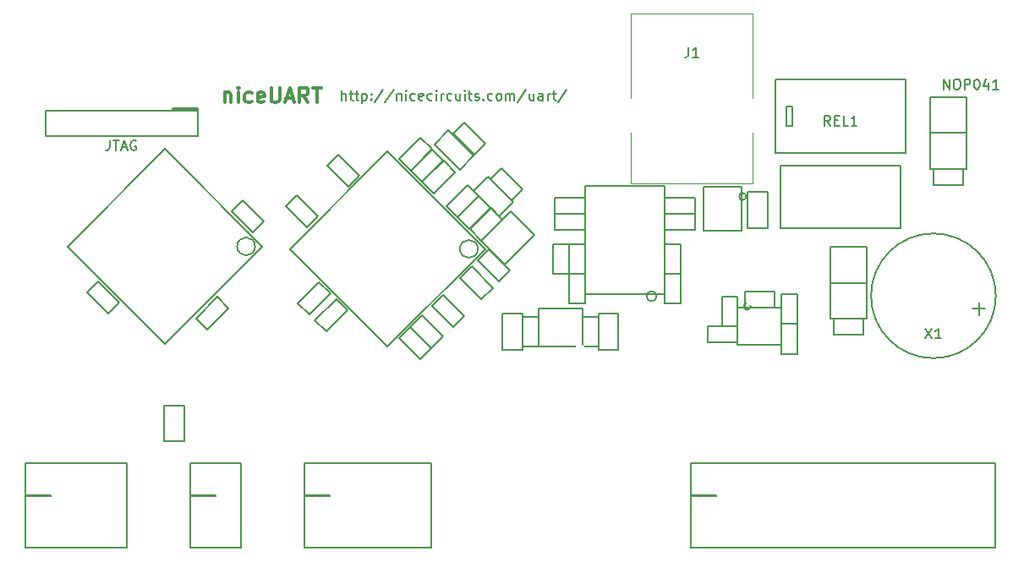
<source format=gto>
G04 #@! TF.FileFunction,Legend,Top*
%FSLAX46Y46*%
G04 Gerber Fmt 4.6, Leading zero omitted, Abs format (unit mm)*
G04 Created by KiCad (PCBNEW 4.0.6) date 08/12/17 18:43:04*
%MOMM*%
%LPD*%
G01*
G04 APERTURE LIST*
%ADD10C,0.100000*%
%ADD11C,0.200000*%
%ADD12C,0.300000*%
%ADD13C,0.152000*%
%ADD14C,0.150000*%
%ADD15C,0.120000*%
%ADD16C,0.152400*%
%ADD17R,1.650000X1.400000*%
%ADD18R,1.150000X1.200000*%
%ADD19R,1.200000X1.150000*%
%ADD20R,1.600000X2.000000*%
%ADD21O,1.600000X2.000000*%
%ADD22R,1.000000X1.100000*%
%ADD23C,1.100000*%
%ADD24R,2.400000X0.800000*%
%ADD25R,0.950000X1.100000*%
%ADD26R,1.100000X0.950000*%
%ADD27R,1.800000X1.800000*%
%ADD28C,1.800000*%
%ADD29C,1.720000*%
%ADD30C,3.400000*%
%ADD31C,1.700000*%
%ADD32O,1.400000X1.700000*%
G04 APERTURE END LIST*
D10*
D11*
X52659523Y-22202381D02*
X52659523Y-21202381D01*
X53088095Y-22202381D02*
X53088095Y-21678571D01*
X53040476Y-21583333D01*
X52945238Y-21535714D01*
X52802380Y-21535714D01*
X52707142Y-21583333D01*
X52659523Y-21630952D01*
X53421428Y-21535714D02*
X53802380Y-21535714D01*
X53564285Y-21202381D02*
X53564285Y-22059524D01*
X53611904Y-22154762D01*
X53707142Y-22202381D01*
X53802380Y-22202381D01*
X53992857Y-21535714D02*
X54373809Y-21535714D01*
X54135714Y-21202381D02*
X54135714Y-22059524D01*
X54183333Y-22154762D01*
X54278571Y-22202381D01*
X54373809Y-22202381D01*
X54707143Y-21535714D02*
X54707143Y-22535714D01*
X54707143Y-21583333D02*
X54802381Y-21535714D01*
X54992858Y-21535714D01*
X55088096Y-21583333D01*
X55135715Y-21630952D01*
X55183334Y-21726190D01*
X55183334Y-22011905D01*
X55135715Y-22107143D01*
X55088096Y-22154762D01*
X54992858Y-22202381D01*
X54802381Y-22202381D01*
X54707143Y-22154762D01*
X55611905Y-22107143D02*
X55659524Y-22154762D01*
X55611905Y-22202381D01*
X55564286Y-22154762D01*
X55611905Y-22107143D01*
X55611905Y-22202381D01*
X55611905Y-21583333D02*
X55659524Y-21630952D01*
X55611905Y-21678571D01*
X55564286Y-21630952D01*
X55611905Y-21583333D01*
X55611905Y-21678571D01*
X56802381Y-21154762D02*
X55945238Y-22440476D01*
X57850000Y-21154762D02*
X56992857Y-22440476D01*
X58183333Y-21535714D02*
X58183333Y-22202381D01*
X58183333Y-21630952D02*
X58230952Y-21583333D01*
X58326190Y-21535714D01*
X58469048Y-21535714D01*
X58564286Y-21583333D01*
X58611905Y-21678571D01*
X58611905Y-22202381D01*
X59088095Y-22202381D02*
X59088095Y-21535714D01*
X59088095Y-21202381D02*
X59040476Y-21250000D01*
X59088095Y-21297619D01*
X59135714Y-21250000D01*
X59088095Y-21202381D01*
X59088095Y-21297619D01*
X59992857Y-22154762D02*
X59897619Y-22202381D01*
X59707142Y-22202381D01*
X59611904Y-22154762D01*
X59564285Y-22107143D01*
X59516666Y-22011905D01*
X59516666Y-21726190D01*
X59564285Y-21630952D01*
X59611904Y-21583333D01*
X59707142Y-21535714D01*
X59897619Y-21535714D01*
X59992857Y-21583333D01*
X60802381Y-22154762D02*
X60707143Y-22202381D01*
X60516666Y-22202381D01*
X60421428Y-22154762D01*
X60373809Y-22059524D01*
X60373809Y-21678571D01*
X60421428Y-21583333D01*
X60516666Y-21535714D01*
X60707143Y-21535714D01*
X60802381Y-21583333D01*
X60850000Y-21678571D01*
X60850000Y-21773810D01*
X60373809Y-21869048D01*
X61707143Y-22154762D02*
X61611905Y-22202381D01*
X61421428Y-22202381D01*
X61326190Y-22154762D01*
X61278571Y-22107143D01*
X61230952Y-22011905D01*
X61230952Y-21726190D01*
X61278571Y-21630952D01*
X61326190Y-21583333D01*
X61421428Y-21535714D01*
X61611905Y-21535714D01*
X61707143Y-21583333D01*
X62135714Y-22202381D02*
X62135714Y-21535714D01*
X62135714Y-21202381D02*
X62088095Y-21250000D01*
X62135714Y-21297619D01*
X62183333Y-21250000D01*
X62135714Y-21202381D01*
X62135714Y-21297619D01*
X62611904Y-22202381D02*
X62611904Y-21535714D01*
X62611904Y-21726190D02*
X62659523Y-21630952D01*
X62707142Y-21583333D01*
X62802380Y-21535714D01*
X62897619Y-21535714D01*
X63659524Y-22154762D02*
X63564286Y-22202381D01*
X63373809Y-22202381D01*
X63278571Y-22154762D01*
X63230952Y-22107143D01*
X63183333Y-22011905D01*
X63183333Y-21726190D01*
X63230952Y-21630952D01*
X63278571Y-21583333D01*
X63373809Y-21535714D01*
X63564286Y-21535714D01*
X63659524Y-21583333D01*
X64516667Y-21535714D02*
X64516667Y-22202381D01*
X64088095Y-21535714D02*
X64088095Y-22059524D01*
X64135714Y-22154762D01*
X64230952Y-22202381D01*
X64373810Y-22202381D01*
X64469048Y-22154762D01*
X64516667Y-22107143D01*
X64992857Y-22202381D02*
X64992857Y-21535714D01*
X64992857Y-21202381D02*
X64945238Y-21250000D01*
X64992857Y-21297619D01*
X65040476Y-21250000D01*
X64992857Y-21202381D01*
X64992857Y-21297619D01*
X65326190Y-21535714D02*
X65707142Y-21535714D01*
X65469047Y-21202381D02*
X65469047Y-22059524D01*
X65516666Y-22154762D01*
X65611904Y-22202381D01*
X65707142Y-22202381D01*
X65992857Y-22154762D02*
X66088095Y-22202381D01*
X66278571Y-22202381D01*
X66373810Y-22154762D01*
X66421429Y-22059524D01*
X66421429Y-22011905D01*
X66373810Y-21916667D01*
X66278571Y-21869048D01*
X66135714Y-21869048D01*
X66040476Y-21821429D01*
X65992857Y-21726190D01*
X65992857Y-21678571D01*
X66040476Y-21583333D01*
X66135714Y-21535714D01*
X66278571Y-21535714D01*
X66373810Y-21583333D01*
X66850000Y-22107143D02*
X66897619Y-22154762D01*
X66850000Y-22202381D01*
X66802381Y-22154762D01*
X66850000Y-22107143D01*
X66850000Y-22202381D01*
X67754762Y-22154762D02*
X67659524Y-22202381D01*
X67469047Y-22202381D01*
X67373809Y-22154762D01*
X67326190Y-22107143D01*
X67278571Y-22011905D01*
X67278571Y-21726190D01*
X67326190Y-21630952D01*
X67373809Y-21583333D01*
X67469047Y-21535714D01*
X67659524Y-21535714D01*
X67754762Y-21583333D01*
X68326190Y-22202381D02*
X68230952Y-22154762D01*
X68183333Y-22107143D01*
X68135714Y-22011905D01*
X68135714Y-21726190D01*
X68183333Y-21630952D01*
X68230952Y-21583333D01*
X68326190Y-21535714D01*
X68469048Y-21535714D01*
X68564286Y-21583333D01*
X68611905Y-21630952D01*
X68659524Y-21726190D01*
X68659524Y-22011905D01*
X68611905Y-22107143D01*
X68564286Y-22154762D01*
X68469048Y-22202381D01*
X68326190Y-22202381D01*
X69088095Y-22202381D02*
X69088095Y-21535714D01*
X69088095Y-21630952D02*
X69135714Y-21583333D01*
X69230952Y-21535714D01*
X69373810Y-21535714D01*
X69469048Y-21583333D01*
X69516667Y-21678571D01*
X69516667Y-22202381D01*
X69516667Y-21678571D02*
X69564286Y-21583333D01*
X69659524Y-21535714D01*
X69802381Y-21535714D01*
X69897619Y-21583333D01*
X69945238Y-21678571D01*
X69945238Y-22202381D01*
X71135714Y-21154762D02*
X70278571Y-22440476D01*
X71897619Y-21535714D02*
X71897619Y-22202381D01*
X71469047Y-21535714D02*
X71469047Y-22059524D01*
X71516666Y-22154762D01*
X71611904Y-22202381D01*
X71754762Y-22202381D01*
X71850000Y-22154762D01*
X71897619Y-22107143D01*
X72802381Y-22202381D02*
X72802381Y-21678571D01*
X72754762Y-21583333D01*
X72659524Y-21535714D01*
X72469047Y-21535714D01*
X72373809Y-21583333D01*
X72802381Y-22154762D02*
X72707143Y-22202381D01*
X72469047Y-22202381D01*
X72373809Y-22154762D01*
X72326190Y-22059524D01*
X72326190Y-21964286D01*
X72373809Y-21869048D01*
X72469047Y-21821429D01*
X72707143Y-21821429D01*
X72802381Y-21773810D01*
X73278571Y-22202381D02*
X73278571Y-21535714D01*
X73278571Y-21726190D02*
X73326190Y-21630952D01*
X73373809Y-21583333D01*
X73469047Y-21535714D01*
X73564286Y-21535714D01*
X73754762Y-21535714D02*
X74135714Y-21535714D01*
X73897619Y-21202381D02*
X73897619Y-22059524D01*
X73945238Y-22154762D01*
X74040476Y-22202381D01*
X74135714Y-22202381D01*
X75183334Y-21154762D02*
X74326191Y-22440476D01*
X112911905Y-21102381D02*
X112911905Y-20102381D01*
X113483334Y-21102381D01*
X113483334Y-20102381D01*
X114150000Y-20102381D02*
X114340477Y-20102381D01*
X114435715Y-20150000D01*
X114530953Y-20245238D01*
X114578572Y-20435714D01*
X114578572Y-20769048D01*
X114530953Y-20959524D01*
X114435715Y-21054762D01*
X114340477Y-21102381D01*
X114150000Y-21102381D01*
X114054762Y-21054762D01*
X113959524Y-20959524D01*
X113911905Y-20769048D01*
X113911905Y-20435714D01*
X113959524Y-20245238D01*
X114054762Y-20150000D01*
X114150000Y-20102381D01*
X115007143Y-21102381D02*
X115007143Y-20102381D01*
X115388096Y-20102381D01*
X115483334Y-20150000D01*
X115530953Y-20197619D01*
X115578572Y-20292857D01*
X115578572Y-20435714D01*
X115530953Y-20530952D01*
X115483334Y-20578571D01*
X115388096Y-20626190D01*
X115007143Y-20626190D01*
X116197619Y-20102381D02*
X116292858Y-20102381D01*
X116388096Y-20150000D01*
X116435715Y-20197619D01*
X116483334Y-20292857D01*
X116530953Y-20483333D01*
X116530953Y-20721429D01*
X116483334Y-20911905D01*
X116435715Y-21007143D01*
X116388096Y-21054762D01*
X116292858Y-21102381D01*
X116197619Y-21102381D01*
X116102381Y-21054762D01*
X116054762Y-21007143D01*
X116007143Y-20911905D01*
X115959524Y-20721429D01*
X115959524Y-20483333D01*
X116007143Y-20292857D01*
X116054762Y-20197619D01*
X116102381Y-20150000D01*
X116197619Y-20102381D01*
X117388096Y-20435714D02*
X117388096Y-21102381D01*
X117150000Y-20054762D02*
X116911905Y-20769048D01*
X117530953Y-20769048D01*
X118435715Y-21102381D02*
X117864286Y-21102381D01*
X118150000Y-21102381D02*
X118150000Y-20102381D01*
X118054762Y-20245238D01*
X117959524Y-20340476D01*
X117864286Y-20388095D01*
D12*
X40935715Y-21428571D02*
X40935715Y-22428571D01*
X40935715Y-21571429D02*
X41007143Y-21500000D01*
X41150001Y-21428571D01*
X41364286Y-21428571D01*
X41507143Y-21500000D01*
X41578572Y-21642857D01*
X41578572Y-22428571D01*
X42292858Y-22428571D02*
X42292858Y-21428571D01*
X42292858Y-20928571D02*
X42221429Y-21000000D01*
X42292858Y-21071429D01*
X42364286Y-21000000D01*
X42292858Y-20928571D01*
X42292858Y-21071429D01*
X43650001Y-22357143D02*
X43507144Y-22428571D01*
X43221430Y-22428571D01*
X43078572Y-22357143D01*
X43007144Y-22285714D01*
X42935715Y-22142857D01*
X42935715Y-21714286D01*
X43007144Y-21571429D01*
X43078572Y-21500000D01*
X43221430Y-21428571D01*
X43507144Y-21428571D01*
X43650001Y-21500000D01*
X44864286Y-22357143D02*
X44721429Y-22428571D01*
X44435715Y-22428571D01*
X44292858Y-22357143D01*
X44221429Y-22214286D01*
X44221429Y-21642857D01*
X44292858Y-21500000D01*
X44435715Y-21428571D01*
X44721429Y-21428571D01*
X44864286Y-21500000D01*
X44935715Y-21642857D01*
X44935715Y-21785714D01*
X44221429Y-21928571D01*
X45578572Y-20928571D02*
X45578572Y-22142857D01*
X45650000Y-22285714D01*
X45721429Y-22357143D01*
X45864286Y-22428571D01*
X46150000Y-22428571D01*
X46292858Y-22357143D01*
X46364286Y-22285714D01*
X46435715Y-22142857D01*
X46435715Y-20928571D01*
X47078572Y-22000000D02*
X47792858Y-22000000D01*
X46935715Y-22428571D02*
X47435715Y-20928571D01*
X47935715Y-22428571D01*
X49292858Y-22428571D02*
X48792858Y-21714286D01*
X48435715Y-22428571D02*
X48435715Y-20928571D01*
X49007143Y-20928571D01*
X49150001Y-21000000D01*
X49221429Y-21071429D01*
X49292858Y-21214286D01*
X49292858Y-21428571D01*
X49221429Y-21571429D01*
X49150001Y-21642857D01*
X49007143Y-21714286D01*
X48435715Y-21714286D01*
X49721429Y-20928571D02*
X50578572Y-20928571D01*
X50150001Y-22428571D02*
X50150001Y-20928571D01*
D13*
X70776346Y-31094975D02*
X69644975Y-32226346D01*
X69644975Y-32226346D02*
X67523654Y-30105025D01*
X67523654Y-30105025D02*
X68655025Y-28973654D01*
X68655025Y-28973654D02*
X70776346Y-31094975D01*
X43981728Y-36850000D02*
G75*
G03X43981728Y-36850000I-900000J0D01*
G01*
X34950000Y-27083441D02*
X44716559Y-36850000D01*
X44716559Y-36850000D02*
X34950000Y-46616559D01*
X34950000Y-46616559D02*
X25183441Y-36850000D01*
X25183441Y-36850000D02*
X34950000Y-27083441D01*
X95300000Y-35000000D02*
X93300000Y-35000000D01*
X93300000Y-35000000D02*
X93300000Y-31400000D01*
X93300000Y-31400000D02*
X95300000Y-31400000D01*
X95300000Y-31400000D02*
X95300000Y-35000000D01*
X86600000Y-42600000D02*
X85000000Y-42600000D01*
X85000000Y-42600000D02*
X85000000Y-39600000D01*
X85000000Y-39600000D02*
X86600000Y-39600000D01*
X86600000Y-39600000D02*
X86600000Y-42600000D01*
X85000000Y-36600000D02*
X86600000Y-36600000D01*
X86600000Y-36600000D02*
X86600000Y-39600000D01*
X86600000Y-39600000D02*
X85000000Y-39600000D01*
X85000000Y-39600000D02*
X85000000Y-36600000D01*
X75400000Y-36600000D02*
X77000000Y-36600000D01*
X77000000Y-36600000D02*
X77000000Y-39600000D01*
X77000000Y-39600000D02*
X75400000Y-39600000D01*
X75400000Y-39600000D02*
X75400000Y-36600000D01*
X77000000Y-42600000D02*
X75400000Y-42600000D01*
X75400000Y-42600000D02*
X75400000Y-39600000D01*
X75400000Y-39600000D02*
X77000000Y-39600000D01*
X77000000Y-39600000D02*
X77000000Y-42600000D01*
X66273654Y-38255025D02*
X67405025Y-37123654D01*
X67405025Y-37123654D02*
X69526346Y-39244975D01*
X69526346Y-39244975D02*
X68394975Y-40376346D01*
X68394975Y-40376346D02*
X66273654Y-38255025D01*
X67594975Y-33023654D02*
X68726346Y-34155025D01*
X68726346Y-34155025D02*
X66605025Y-36276346D01*
X66605025Y-36276346D02*
X65473654Y-35144975D01*
X65473654Y-35144975D02*
X67594975Y-33023654D01*
X65878858Y-27764644D02*
X64464644Y-29178858D01*
X64464644Y-29178858D02*
X61919060Y-26633274D01*
X61919060Y-26633274D02*
X63333274Y-25219060D01*
X63333274Y-25219060D02*
X65878858Y-27764644D01*
X69828858Y-32414644D02*
X68414644Y-33828858D01*
X68414644Y-33828858D02*
X65869060Y-31283274D01*
X65869060Y-31283274D02*
X67283274Y-29869060D01*
X67283274Y-29869060D02*
X69828858Y-32414644D01*
X61855025Y-31526346D02*
X60723654Y-30394975D01*
X60723654Y-30394975D02*
X62844975Y-28273654D01*
X62844975Y-28273654D02*
X63976346Y-29405025D01*
X63976346Y-29405025D02*
X61855025Y-31526346D01*
X65405025Y-35076346D02*
X64273654Y-33944975D01*
X64273654Y-33944975D02*
X66394975Y-31823654D01*
X66394975Y-31823654D02*
X67526346Y-32955025D01*
X67526346Y-32955025D02*
X65405025Y-35076346D01*
X59523654Y-44905025D02*
X60655025Y-43773654D01*
X60655025Y-43773654D02*
X62776346Y-45894975D01*
X62776346Y-45894975D02*
X61644975Y-47026346D01*
X61644975Y-47026346D02*
X59523654Y-44905025D01*
X50276346Y-33844975D02*
X49144975Y-34976346D01*
X49144975Y-34976346D02*
X47023654Y-32855025D01*
X47023654Y-32855025D02*
X48155025Y-31723654D01*
X48155025Y-31723654D02*
X50276346Y-33844975D01*
X61673654Y-42805025D02*
X62805025Y-41673654D01*
X62805025Y-41673654D02*
X64926346Y-43794975D01*
X64926346Y-43794975D02*
X63794975Y-44926346D01*
X63794975Y-44926346D02*
X61673654Y-42805025D01*
X52094975Y-42123654D02*
X53226346Y-43255025D01*
X53226346Y-43255025D02*
X51105025Y-45376346D01*
X51105025Y-45376346D02*
X49973654Y-44244975D01*
X49973654Y-44244975D02*
X52094975Y-42123654D01*
X54426346Y-29744975D02*
X53294975Y-30876346D01*
X53294975Y-30876346D02*
X51173654Y-28755025D01*
X51173654Y-28755025D02*
X52305025Y-27623654D01*
X52305025Y-27623654D02*
X54426346Y-29744975D01*
X64523654Y-40005025D02*
X65655025Y-38873654D01*
X65655025Y-38873654D02*
X67776346Y-40994975D01*
X67776346Y-40994975D02*
X66644975Y-42126346D01*
X66644975Y-42126346D02*
X64523654Y-40005025D01*
X60705025Y-30376346D02*
X59573654Y-29244975D01*
X59573654Y-29244975D02*
X61694975Y-27123654D01*
X61694975Y-27123654D02*
X62826346Y-28255025D01*
X62826346Y-28255025D02*
X60705025Y-30376346D01*
X58373654Y-46055025D02*
X59505025Y-44923654D01*
X59505025Y-44923654D02*
X61626346Y-47044975D01*
X61626346Y-47044975D02*
X60494975Y-48176346D01*
X60494975Y-48176346D02*
X58373654Y-46055025D01*
X50394975Y-40423654D02*
X51526346Y-41555025D01*
X51526346Y-41555025D02*
X49405025Y-43676346D01*
X49405025Y-43676346D02*
X48273654Y-42544975D01*
X48273654Y-42544975D02*
X50394975Y-40423654D01*
X80350000Y-47200000D02*
X78350000Y-47200000D01*
X78350000Y-47200000D02*
X78350000Y-43600000D01*
X78350000Y-43600000D02*
X80350000Y-43600000D01*
X80350000Y-43600000D02*
X80350000Y-47200000D01*
X78342743Y-46896293D02*
X76742743Y-46896293D01*
X76742743Y-46896293D02*
X76742743Y-43896293D01*
X76742743Y-43896293D02*
X78342743Y-43896293D01*
X78342743Y-43896293D02*
X78342743Y-46896293D01*
X72342743Y-46896293D02*
X70742743Y-46896293D01*
X70742743Y-46896293D02*
X70742743Y-43896293D01*
X70742743Y-43896293D02*
X72342743Y-43896293D01*
X72342743Y-43896293D02*
X72342743Y-46896293D01*
X70742743Y-47200000D02*
X68742743Y-47200000D01*
X68742743Y-47200000D02*
X68742743Y-43600000D01*
X68742743Y-43600000D02*
X70742743Y-43600000D01*
X70742743Y-43600000D02*
X70742743Y-47200000D01*
X96000000Y-41350000D02*
X96000000Y-42950000D01*
X96000000Y-42950000D02*
X93000000Y-42950000D01*
X93000000Y-42950000D02*
X93000000Y-41350000D01*
X93000000Y-41350000D02*
X96000000Y-41350000D01*
X41623654Y-33355025D02*
X42755025Y-32223654D01*
X42755025Y-32223654D02*
X44876346Y-34344975D01*
X44876346Y-34344975D02*
X43744975Y-35476346D01*
X43744975Y-35476346D02*
X41623654Y-33355025D01*
X27123654Y-41455025D02*
X28255025Y-40323654D01*
X28255025Y-40323654D02*
X30376346Y-42444975D01*
X30376346Y-42444975D02*
X29244975Y-43576346D01*
X29244975Y-43576346D02*
X27123654Y-41455025D01*
X40194975Y-41923654D02*
X41326346Y-43055025D01*
X41326346Y-43055025D02*
X39205025Y-45176346D01*
X39205025Y-45176346D02*
X38073654Y-44044975D01*
X38073654Y-44044975D02*
X40194975Y-41923654D01*
X34900000Y-52800000D02*
X36900000Y-52800000D01*
X36900000Y-52800000D02*
X36900000Y-56400000D01*
X36900000Y-56400000D02*
X34900000Y-56400000D01*
X34900000Y-56400000D02*
X34900000Y-52800000D01*
X22980000Y-23230000D02*
X38220000Y-23230000D01*
X38220000Y-23230000D02*
X38220000Y-25770000D01*
X38220000Y-25770000D02*
X22980000Y-25770000D01*
X22980000Y-25770000D02*
X22980000Y-23230000D01*
X35680000Y-23001000D02*
X38220000Y-23001000D01*
X38220000Y-23001000D02*
X38220000Y-23154000D01*
X38220000Y-23154000D02*
X35680000Y-23154000D01*
X35680000Y-23154000D02*
X35680000Y-23001000D01*
X115200000Y-21900000D02*
X115200000Y-25500000D01*
X115200000Y-25500000D02*
X111600000Y-25500000D01*
X111600000Y-25500000D02*
X111600000Y-21900000D01*
X111600000Y-21900000D02*
X115200000Y-21900000D01*
X101600000Y-40500000D02*
X101600000Y-36900000D01*
X101600000Y-36900000D02*
X105200000Y-36900000D01*
X105200000Y-36900000D02*
X105200000Y-40500000D01*
X105200000Y-40500000D02*
X101600000Y-40500000D01*
X88000000Y-33600000D02*
X88000000Y-35200000D01*
X88000000Y-35200000D02*
X85000000Y-35200000D01*
X85000000Y-35200000D02*
X85000000Y-33600000D01*
X85000000Y-33600000D02*
X88000000Y-33600000D01*
X77000000Y-33600000D02*
X77000000Y-35200000D01*
X77000000Y-35200000D02*
X74000000Y-35200000D01*
X74000000Y-35200000D02*
X74000000Y-33600000D01*
X74000000Y-33600000D02*
X77000000Y-33600000D01*
X88000000Y-32000000D02*
X88000000Y-33600000D01*
X88000000Y-33600000D02*
X85000000Y-33600000D01*
X85000000Y-33600000D02*
X85000000Y-32000000D01*
X85000000Y-32000000D02*
X88000000Y-32000000D01*
X77000000Y-32000000D02*
X77000000Y-33600000D01*
X77000000Y-33600000D02*
X74000000Y-33600000D01*
X74000000Y-33600000D02*
X74000000Y-32000000D01*
X74000000Y-32000000D02*
X77000000Y-32000000D01*
X65244975Y-30673654D02*
X66376346Y-31805025D01*
X66376346Y-31805025D02*
X64255025Y-33926346D01*
X64255025Y-33926346D02*
X63123654Y-32794975D01*
X63123654Y-32794975D02*
X65244975Y-30673654D01*
X63823654Y-25555025D02*
X64955025Y-24423654D01*
X64955025Y-24423654D02*
X67076346Y-26544975D01*
X67076346Y-26544975D02*
X65944975Y-27676346D01*
X65944975Y-27676346D02*
X63823654Y-25555025D01*
X96700000Y-44600000D02*
X98300000Y-44600000D01*
X98300000Y-44600000D02*
X98300000Y-47600000D01*
X98300000Y-47600000D02*
X96700000Y-47600000D01*
X96700000Y-47600000D02*
X96700000Y-44600000D01*
X92300000Y-44850000D02*
X90700000Y-44850000D01*
X90700000Y-44850000D02*
X90700000Y-41850000D01*
X90700000Y-41850000D02*
X92300000Y-41850000D01*
X92300000Y-41850000D02*
X92300000Y-44850000D01*
X98300000Y-44600000D02*
X96700000Y-44600000D01*
X96700000Y-44600000D02*
X96700000Y-41600000D01*
X96700000Y-41600000D02*
X98300000Y-41600000D01*
X98300000Y-41600000D02*
X98300000Y-44600000D01*
X92300000Y-44850000D02*
X92300000Y-46450000D01*
X92300000Y-46450000D02*
X89300000Y-46450000D01*
X89300000Y-46450000D02*
X89300000Y-44850000D01*
X89300000Y-44850000D02*
X92300000Y-44850000D01*
X59555025Y-29226346D02*
X58423654Y-28094975D01*
X58423654Y-28094975D02*
X60544975Y-25973654D01*
X60544975Y-25973654D02*
X61676346Y-27105025D01*
X61676346Y-27105025D02*
X59555025Y-29226346D01*
X114900000Y-29100000D02*
X114900000Y-30700000D01*
X114900000Y-30700000D02*
X111900000Y-30700000D01*
X111900000Y-30700000D02*
X111900000Y-29100000D01*
X111900000Y-29100000D02*
X114900000Y-29100000D01*
X104900000Y-44100000D02*
X104900000Y-45700000D01*
X104900000Y-45700000D02*
X101900000Y-45700000D01*
X101900000Y-45700000D02*
X101900000Y-44100000D01*
X101900000Y-44100000D02*
X104900000Y-44100000D01*
X75400000Y-39600000D02*
X73800000Y-39600000D01*
X73800000Y-39600000D02*
X73800000Y-36600000D01*
X73800000Y-36600000D02*
X75400000Y-36600000D01*
X75400000Y-36600000D02*
X75400000Y-39600000D01*
X111600000Y-29100000D02*
X111600000Y-25500000D01*
X111600000Y-25500000D02*
X115200000Y-25500000D01*
X115200000Y-25500000D02*
X115200000Y-29100000D01*
X115200000Y-29100000D02*
X111600000Y-29100000D01*
X101600000Y-44100000D02*
X101600000Y-40500000D01*
X101600000Y-40500000D02*
X105200000Y-40500000D01*
X105200000Y-40500000D02*
X105200000Y-44100000D01*
X105200000Y-44100000D02*
X101600000Y-44100000D01*
X85000000Y-41600000D02*
X77000000Y-41600000D01*
X77000000Y-41600000D02*
X77000000Y-30800000D01*
X77000000Y-30800000D02*
X85000000Y-30800000D01*
X85000000Y-30800000D02*
X85000000Y-41600000D01*
X84170000Y-41845000D02*
G75*
G03X84170000Y-41845000I-500000J0D01*
G01*
X92700000Y-30900000D02*
X92700000Y-35300000D01*
X92700000Y-35300000D02*
X88900000Y-35300000D01*
X88900000Y-35300000D02*
X88900000Y-30900000D01*
X88900000Y-30900000D02*
X92700000Y-30900000D01*
X93150000Y-31850000D02*
G75*
G03X93150000Y-31850000I-350000J0D01*
G01*
X76742743Y-46896293D02*
X72342743Y-46896293D01*
X72342743Y-46896293D02*
X72342743Y-43096293D01*
X72342743Y-43096293D02*
X76742743Y-43096293D01*
X76742743Y-43096293D02*
X76742743Y-46896293D01*
X92300000Y-42950000D02*
X96700000Y-42950000D01*
X96700000Y-42950000D02*
X96700000Y-46750000D01*
X96700000Y-46750000D02*
X92300000Y-46750000D01*
X92300000Y-46750000D02*
X92300000Y-42950000D01*
X93600000Y-42850000D02*
G75*
G03X93600000Y-42850000I-350000J0D01*
G01*
D14*
X116472000Y-43705000D02*
X116472000Y-42435000D01*
X117107000Y-43070000D02*
X115837000Y-43070000D01*
X118150000Y-41800000D02*
G75*
G03X118150000Y-41800000I-6250000J0D01*
G01*
D15*
X93800000Y-22150000D02*
X93800000Y-13510000D01*
X93800000Y-30530000D02*
X93800000Y-25450000D01*
X81600000Y-22150000D02*
X81600000Y-13510000D01*
X81600000Y-30530000D02*
X81600000Y-25450000D01*
X81600000Y-13510000D02*
X93800000Y-13510000D01*
X93800000Y-30530000D02*
X81600000Y-30530000D01*
D16*
X97200000Y-24800000D02*
X97200000Y-22800000D01*
X97800000Y-24800000D02*
X97200000Y-24800000D01*
X97800000Y-22800000D02*
X97800000Y-24800000D01*
X97200000Y-22800000D02*
X97800000Y-22800000D01*
X96050000Y-20150000D02*
X96050000Y-27450000D01*
X109150000Y-20150000D02*
X96050000Y-20150000D01*
X109150000Y-27450000D02*
X109150000Y-20150000D01*
X96050000Y-27450000D02*
X109150000Y-27450000D01*
D13*
X69017157Y-38687006D02*
X66612994Y-36282843D01*
X66612994Y-36282843D02*
X69582843Y-33312994D01*
X69582843Y-33312994D02*
X71987006Y-35717157D01*
X71987006Y-35717157D02*
X69017157Y-38687006D01*
X31115000Y-67050000D02*
X20955000Y-67050000D01*
X20955000Y-67050000D02*
X20955000Y-58550000D01*
X20955000Y-58550000D02*
X31115000Y-58550000D01*
X31115000Y-58550000D02*
X31115000Y-67050000D01*
X23495000Y-61894000D02*
X20955000Y-61894000D01*
X20955000Y-61894000D02*
X20955000Y-61741000D01*
X20955000Y-61741000D02*
X23495000Y-61741000D01*
X23495000Y-61741000D02*
X23495000Y-61894000D01*
X42545000Y-67050000D02*
X37465000Y-67050000D01*
X37465000Y-67050000D02*
X37465000Y-58550000D01*
X37465000Y-58550000D02*
X42545000Y-58550000D01*
X42545000Y-58550000D02*
X42545000Y-67050000D01*
X40005000Y-61894000D02*
X37465000Y-61894000D01*
X37465000Y-61894000D02*
X37465000Y-61741000D01*
X37465000Y-61741000D02*
X40005000Y-61741000D01*
X40005000Y-61741000D02*
X40005000Y-61894000D01*
X61595000Y-67050000D02*
X48895000Y-67050000D01*
X48895000Y-67050000D02*
X48895000Y-58550000D01*
X48895000Y-58550000D02*
X61595000Y-58550000D01*
X61595000Y-58550000D02*
X61595000Y-67050000D01*
X51435000Y-61894000D02*
X48895000Y-61894000D01*
X48895000Y-61894000D02*
X48895000Y-61741000D01*
X48895000Y-61741000D02*
X51435000Y-61741000D01*
X51435000Y-61741000D02*
X51435000Y-61894000D01*
X118110000Y-67050000D02*
X87630000Y-67050000D01*
X87630000Y-67050000D02*
X87630000Y-58550000D01*
X87630000Y-58550000D02*
X118110000Y-58550000D01*
X118110000Y-58550000D02*
X118110000Y-67050000D01*
X90170000Y-61894000D02*
X87630000Y-61894000D01*
X87630000Y-61894000D02*
X87630000Y-61741000D01*
X87630000Y-61741000D02*
X90170000Y-61741000D01*
X90170000Y-61741000D02*
X90170000Y-61894000D01*
X66281728Y-37100000D02*
G75*
G03X66281728Y-37100000I-900000J0D01*
G01*
X57250000Y-27333441D02*
X67016559Y-37100000D01*
X67016559Y-37100000D02*
X57250000Y-46866559D01*
X57250000Y-46866559D02*
X47483441Y-37100000D01*
X47483441Y-37100000D02*
X57250000Y-27333441D01*
X96600000Y-35000000D02*
X96600000Y-28800000D01*
X96600000Y-28800000D02*
X108600000Y-28800000D01*
X108600000Y-28800000D02*
X108600000Y-35000000D01*
X108600000Y-35000000D02*
X96600000Y-35000000D01*
X29433334Y-26222381D02*
X29433334Y-26936667D01*
X29385714Y-27079524D01*
X29290476Y-27174762D01*
X29147619Y-27222381D01*
X29052381Y-27222381D01*
X29766667Y-26222381D02*
X30338096Y-26222381D01*
X30052381Y-27222381D02*
X30052381Y-26222381D01*
X30623810Y-26936667D02*
X31100001Y-26936667D01*
X30528572Y-27222381D02*
X30861905Y-26222381D01*
X31195239Y-27222381D01*
X32052382Y-26270000D02*
X31957144Y-26222381D01*
X31814287Y-26222381D01*
X31671429Y-26270000D01*
X31576191Y-26365238D01*
X31528572Y-26460476D01*
X31480953Y-26650952D01*
X31480953Y-26793810D01*
X31528572Y-26984286D01*
X31576191Y-27079524D01*
X31671429Y-27174762D01*
X31814287Y-27222381D01*
X31909525Y-27222381D01*
X32052382Y-27174762D01*
X32100001Y-27127143D01*
X32100001Y-26793810D01*
X31909525Y-26793810D01*
D14*
X111090476Y-45062381D02*
X111757143Y-46062381D01*
X111757143Y-45062381D02*
X111090476Y-46062381D01*
X112661905Y-46062381D02*
X112090476Y-46062381D01*
X112376190Y-46062381D02*
X112376190Y-45062381D01*
X112280952Y-45205238D01*
X112185714Y-45300476D01*
X112090476Y-45348095D01*
X87366667Y-16902381D02*
X87366667Y-17616667D01*
X87319047Y-17759524D01*
X87223809Y-17854762D01*
X87080952Y-17902381D01*
X86985714Y-17902381D01*
X88366667Y-17902381D02*
X87795238Y-17902381D01*
X88080952Y-17902381D02*
X88080952Y-16902381D01*
X87985714Y-17045238D01*
X87890476Y-17140476D01*
X87795238Y-17188095D01*
X101576191Y-24752381D02*
X101242857Y-24276190D01*
X101004762Y-24752381D02*
X101004762Y-23752381D01*
X101385715Y-23752381D01*
X101480953Y-23800000D01*
X101528572Y-23847619D01*
X101576191Y-23942857D01*
X101576191Y-24085714D01*
X101528572Y-24180952D01*
X101480953Y-24228571D01*
X101385715Y-24276190D01*
X101004762Y-24276190D01*
X102004762Y-24228571D02*
X102338096Y-24228571D01*
X102480953Y-24752381D02*
X102004762Y-24752381D01*
X102004762Y-23752381D01*
X102480953Y-23752381D01*
X103385715Y-24752381D02*
X102909524Y-24752381D01*
X102909524Y-23752381D01*
X104242858Y-24752381D02*
X103671429Y-24752381D01*
X103957143Y-24752381D02*
X103957143Y-23752381D01*
X103861905Y-23895238D01*
X103766667Y-23990476D01*
X103671429Y-24038095D01*
%LPC*%
D10*
G36*
X70493502Y-31130330D02*
X69680330Y-31943502D01*
X68831802Y-31094974D01*
X69644974Y-30281802D01*
X70493502Y-31130330D01*
X70493502Y-31130330D01*
G37*
G36*
X69468198Y-30105026D02*
X68655026Y-30918198D01*
X67806498Y-30069670D01*
X68619670Y-29256498D01*
X69468198Y-30105026D01*
X69468198Y-30105026D01*
G37*
G36*
X42215522Y-34569580D02*
X42533720Y-34887778D01*
X41119506Y-36301992D01*
X40801308Y-35983794D01*
X42215522Y-34569580D01*
X42215522Y-34569580D01*
G37*
G36*
X41861969Y-34216027D02*
X42180167Y-34534225D01*
X40765953Y-35948439D01*
X40447755Y-35630241D01*
X41861969Y-34216027D01*
X41861969Y-34216027D01*
G37*
G36*
X41508416Y-33862474D02*
X41826614Y-34180672D01*
X40412400Y-35594886D01*
X40094202Y-35276688D01*
X41508416Y-33862474D01*
X41508416Y-33862474D01*
G37*
G36*
X41154862Y-33508920D02*
X41473060Y-33827118D01*
X40058846Y-35241332D01*
X39740648Y-34923134D01*
X41154862Y-33508920D01*
X41154862Y-33508920D01*
G37*
G36*
X40801309Y-33155367D02*
X41119507Y-33473565D01*
X39705293Y-34887779D01*
X39387095Y-34569581D01*
X40801309Y-33155367D01*
X40801309Y-33155367D01*
G37*
G36*
X40447755Y-32801813D02*
X40765953Y-33120011D01*
X39351739Y-34534225D01*
X39033541Y-34216027D01*
X40447755Y-32801813D01*
X40447755Y-32801813D01*
G37*
G36*
X40094202Y-32448260D02*
X40412400Y-32766458D01*
X38998186Y-34180672D01*
X38679988Y-33862474D01*
X40094202Y-32448260D01*
X40094202Y-32448260D01*
G37*
G36*
X39740649Y-32094707D02*
X40058847Y-32412905D01*
X38644633Y-33827119D01*
X38326435Y-33508921D01*
X39740649Y-32094707D01*
X39740649Y-32094707D01*
G37*
G36*
X39387095Y-31741153D02*
X39705293Y-32059351D01*
X38291079Y-33473565D01*
X37972881Y-33155367D01*
X39387095Y-31741153D01*
X39387095Y-31741153D01*
G37*
G36*
X39033542Y-31387600D02*
X39351740Y-31705798D01*
X37937526Y-33120012D01*
X37619328Y-32801814D01*
X39033542Y-31387600D01*
X39033542Y-31387600D01*
G37*
G36*
X38679989Y-31034047D02*
X38998187Y-31352245D01*
X37583973Y-32766459D01*
X37265775Y-32448261D01*
X38679989Y-31034047D01*
X38679989Y-31034047D01*
G37*
G36*
X38326435Y-30680493D02*
X38644633Y-30998691D01*
X37230419Y-32412905D01*
X36912221Y-32094707D01*
X38326435Y-30680493D01*
X38326435Y-30680493D01*
G37*
G36*
X37972882Y-30326940D02*
X38291080Y-30645138D01*
X36876866Y-32059352D01*
X36558668Y-31741154D01*
X37972882Y-30326940D01*
X37972882Y-30326940D01*
G37*
G36*
X37619328Y-29973386D02*
X37937526Y-30291584D01*
X36523312Y-31705798D01*
X36205114Y-31387600D01*
X37619328Y-29973386D01*
X37619328Y-29973386D01*
G37*
G36*
X37265775Y-29619833D02*
X37583973Y-29938031D01*
X36169759Y-31352245D01*
X35851561Y-31034047D01*
X37265775Y-29619833D01*
X37265775Y-29619833D01*
G37*
G36*
X36912222Y-29266280D02*
X37230420Y-29584478D01*
X35816206Y-30998692D01*
X35498008Y-30680494D01*
X36912222Y-29266280D01*
X36912222Y-29266280D01*
G37*
G36*
X32669580Y-29584478D02*
X32987778Y-29266280D01*
X34401992Y-30680494D01*
X34083794Y-30998692D01*
X32669580Y-29584478D01*
X32669580Y-29584478D01*
G37*
G36*
X32316027Y-29938031D02*
X32634225Y-29619833D01*
X34048439Y-31034047D01*
X33730241Y-31352245D01*
X32316027Y-29938031D01*
X32316027Y-29938031D01*
G37*
G36*
X31962474Y-30291584D02*
X32280672Y-29973386D01*
X33694886Y-31387600D01*
X33376688Y-31705798D01*
X31962474Y-30291584D01*
X31962474Y-30291584D01*
G37*
G36*
X31608920Y-30645138D02*
X31927118Y-30326940D01*
X33341332Y-31741154D01*
X33023134Y-32059352D01*
X31608920Y-30645138D01*
X31608920Y-30645138D01*
G37*
G36*
X31255367Y-30998691D02*
X31573565Y-30680493D01*
X32987779Y-32094707D01*
X32669581Y-32412905D01*
X31255367Y-30998691D01*
X31255367Y-30998691D01*
G37*
G36*
X30901813Y-31352245D02*
X31220011Y-31034047D01*
X32634225Y-32448261D01*
X32316027Y-32766459D01*
X30901813Y-31352245D01*
X30901813Y-31352245D01*
G37*
G36*
X30548260Y-31705798D02*
X30866458Y-31387600D01*
X32280672Y-32801814D01*
X31962474Y-33120012D01*
X30548260Y-31705798D01*
X30548260Y-31705798D01*
G37*
G36*
X30194707Y-32059351D02*
X30512905Y-31741153D01*
X31927119Y-33155367D01*
X31608921Y-33473565D01*
X30194707Y-32059351D01*
X30194707Y-32059351D01*
G37*
G36*
X29841153Y-32412905D02*
X30159351Y-32094707D01*
X31573565Y-33508921D01*
X31255367Y-33827119D01*
X29841153Y-32412905D01*
X29841153Y-32412905D01*
G37*
G36*
X29487600Y-32766458D02*
X29805798Y-32448260D01*
X31220012Y-33862474D01*
X30901814Y-34180672D01*
X29487600Y-32766458D01*
X29487600Y-32766458D01*
G37*
G36*
X29134047Y-33120011D02*
X29452245Y-32801813D01*
X30866459Y-34216027D01*
X30548261Y-34534225D01*
X29134047Y-33120011D01*
X29134047Y-33120011D01*
G37*
G36*
X28780493Y-33473565D02*
X29098691Y-33155367D01*
X30512905Y-34569581D01*
X30194707Y-34887779D01*
X28780493Y-33473565D01*
X28780493Y-33473565D01*
G37*
G36*
X28426940Y-33827118D02*
X28745138Y-33508920D01*
X30159352Y-34923134D01*
X29841154Y-35241332D01*
X28426940Y-33827118D01*
X28426940Y-33827118D01*
G37*
G36*
X28073386Y-34180672D02*
X28391584Y-33862474D01*
X29805798Y-35276688D01*
X29487600Y-35594886D01*
X28073386Y-34180672D01*
X28073386Y-34180672D01*
G37*
G36*
X27719833Y-34534225D02*
X28038031Y-34216027D01*
X29452245Y-35630241D01*
X29134047Y-35948439D01*
X27719833Y-34534225D01*
X27719833Y-34534225D01*
G37*
G36*
X27366280Y-34887778D02*
X27684478Y-34569580D01*
X29098692Y-35983794D01*
X28780494Y-36301992D01*
X27366280Y-34887778D01*
X27366280Y-34887778D01*
G37*
G36*
X27684478Y-39130420D02*
X27366280Y-38812222D01*
X28780494Y-37398008D01*
X29098692Y-37716206D01*
X27684478Y-39130420D01*
X27684478Y-39130420D01*
G37*
G36*
X28038031Y-39483973D02*
X27719833Y-39165775D01*
X29134047Y-37751561D01*
X29452245Y-38069759D01*
X28038031Y-39483973D01*
X28038031Y-39483973D01*
G37*
G36*
X28391584Y-39837526D02*
X28073386Y-39519328D01*
X29487600Y-38105114D01*
X29805798Y-38423312D01*
X28391584Y-39837526D01*
X28391584Y-39837526D01*
G37*
G36*
X28745138Y-40191080D02*
X28426940Y-39872882D01*
X29841154Y-38458668D01*
X30159352Y-38776866D01*
X28745138Y-40191080D01*
X28745138Y-40191080D01*
G37*
G36*
X29098691Y-40544633D02*
X28780493Y-40226435D01*
X30194707Y-38812221D01*
X30512905Y-39130419D01*
X29098691Y-40544633D01*
X29098691Y-40544633D01*
G37*
G36*
X29452245Y-40898187D02*
X29134047Y-40579989D01*
X30548261Y-39165775D01*
X30866459Y-39483973D01*
X29452245Y-40898187D01*
X29452245Y-40898187D01*
G37*
G36*
X29805798Y-41251740D02*
X29487600Y-40933542D01*
X30901814Y-39519328D01*
X31220012Y-39837526D01*
X29805798Y-41251740D01*
X29805798Y-41251740D01*
G37*
G36*
X30159351Y-41605293D02*
X29841153Y-41287095D01*
X31255367Y-39872881D01*
X31573565Y-40191079D01*
X30159351Y-41605293D01*
X30159351Y-41605293D01*
G37*
G36*
X30512905Y-41958847D02*
X30194707Y-41640649D01*
X31608921Y-40226435D01*
X31927119Y-40544633D01*
X30512905Y-41958847D01*
X30512905Y-41958847D01*
G37*
G36*
X30866458Y-42312400D02*
X30548260Y-41994202D01*
X31962474Y-40579988D01*
X32280672Y-40898186D01*
X30866458Y-42312400D01*
X30866458Y-42312400D01*
G37*
G36*
X31220011Y-42665953D02*
X30901813Y-42347755D01*
X32316027Y-40933541D01*
X32634225Y-41251739D01*
X31220011Y-42665953D01*
X31220011Y-42665953D01*
G37*
G36*
X31573565Y-43019507D02*
X31255367Y-42701309D01*
X32669581Y-41287095D01*
X32987779Y-41605293D01*
X31573565Y-43019507D01*
X31573565Y-43019507D01*
G37*
G36*
X31927118Y-43373060D02*
X31608920Y-43054862D01*
X33023134Y-41640648D01*
X33341332Y-41958846D01*
X31927118Y-43373060D01*
X31927118Y-43373060D01*
G37*
G36*
X32280672Y-43726614D02*
X31962474Y-43408416D01*
X33376688Y-41994202D01*
X33694886Y-42312400D01*
X32280672Y-43726614D01*
X32280672Y-43726614D01*
G37*
G36*
X32634225Y-44080167D02*
X32316027Y-43761969D01*
X33730241Y-42347755D01*
X34048439Y-42665953D01*
X32634225Y-44080167D01*
X32634225Y-44080167D01*
G37*
G36*
X32987778Y-44433720D02*
X32669580Y-44115522D01*
X34083794Y-42701308D01*
X34401992Y-43019506D01*
X32987778Y-44433720D01*
X32987778Y-44433720D01*
G37*
G36*
X37230420Y-44115522D02*
X36912222Y-44433720D01*
X35498008Y-43019506D01*
X35816206Y-42701308D01*
X37230420Y-44115522D01*
X37230420Y-44115522D01*
G37*
G36*
X37583973Y-43761969D02*
X37265775Y-44080167D01*
X35851561Y-42665953D01*
X36169759Y-42347755D01*
X37583973Y-43761969D01*
X37583973Y-43761969D01*
G37*
G36*
X37937526Y-43408416D02*
X37619328Y-43726614D01*
X36205114Y-42312400D01*
X36523312Y-41994202D01*
X37937526Y-43408416D01*
X37937526Y-43408416D01*
G37*
G36*
X38291080Y-43054862D02*
X37972882Y-43373060D01*
X36558668Y-41958846D01*
X36876866Y-41640648D01*
X38291080Y-43054862D01*
X38291080Y-43054862D01*
G37*
G36*
X38644633Y-42701309D02*
X38326435Y-43019507D01*
X36912221Y-41605293D01*
X37230419Y-41287095D01*
X38644633Y-42701309D01*
X38644633Y-42701309D01*
G37*
G36*
X38998187Y-42347755D02*
X38679989Y-42665953D01*
X37265775Y-41251739D01*
X37583973Y-40933541D01*
X38998187Y-42347755D01*
X38998187Y-42347755D01*
G37*
G36*
X39351740Y-41994202D02*
X39033542Y-42312400D01*
X37619328Y-40898186D01*
X37937526Y-40579988D01*
X39351740Y-41994202D01*
X39351740Y-41994202D01*
G37*
G36*
X39705293Y-41640649D02*
X39387095Y-41958847D01*
X37972881Y-40544633D01*
X38291079Y-40226435D01*
X39705293Y-41640649D01*
X39705293Y-41640649D01*
G37*
G36*
X40058847Y-41287095D02*
X39740649Y-41605293D01*
X38326435Y-40191079D01*
X38644633Y-39872881D01*
X40058847Y-41287095D01*
X40058847Y-41287095D01*
G37*
G36*
X40412400Y-40933542D02*
X40094202Y-41251740D01*
X38679988Y-39837526D01*
X38998186Y-39519328D01*
X40412400Y-40933542D01*
X40412400Y-40933542D01*
G37*
G36*
X40765953Y-40579989D02*
X40447755Y-40898187D01*
X39033541Y-39483973D01*
X39351739Y-39165775D01*
X40765953Y-40579989D01*
X40765953Y-40579989D01*
G37*
G36*
X41119507Y-40226435D02*
X40801309Y-40544633D01*
X39387095Y-39130419D01*
X39705293Y-38812221D01*
X41119507Y-40226435D01*
X41119507Y-40226435D01*
G37*
G36*
X41473060Y-39872882D02*
X41154862Y-40191080D01*
X39740648Y-38776866D01*
X40058846Y-38458668D01*
X41473060Y-39872882D01*
X41473060Y-39872882D01*
G37*
G36*
X41826614Y-39519328D02*
X41508416Y-39837526D01*
X40094202Y-38423312D01*
X40412400Y-38105114D01*
X41826614Y-39519328D01*
X41826614Y-39519328D01*
G37*
G36*
X42180167Y-39165775D02*
X41861969Y-39483973D01*
X40447755Y-38069759D01*
X40765953Y-37751561D01*
X42180167Y-39165775D01*
X42180167Y-39165775D01*
G37*
G36*
X42533720Y-38812222D02*
X42215522Y-39130420D01*
X40801308Y-37716206D01*
X41119506Y-37398008D01*
X42533720Y-38812222D01*
X42533720Y-38812222D01*
G37*
D17*
X94300000Y-34050000D03*
X94300000Y-32350000D03*
D18*
X85800000Y-41825000D03*
X85800000Y-40375000D03*
X85800000Y-37375000D03*
X85800000Y-38825000D03*
X76200000Y-37375000D03*
X76200000Y-38825000D03*
X76200000Y-41825000D03*
X76200000Y-40375000D03*
D10*
G36*
X66556498Y-38219670D02*
X67369670Y-37406498D01*
X68218198Y-38255026D01*
X67405026Y-39068198D01*
X66556498Y-38219670D01*
X66556498Y-38219670D01*
G37*
G36*
X67581802Y-39244974D02*
X68394974Y-38431802D01*
X69243502Y-39280330D01*
X68430330Y-40093502D01*
X67581802Y-39244974D01*
X67581802Y-39244974D01*
G37*
G36*
X67630330Y-33306498D02*
X68443502Y-34119670D01*
X67594974Y-34968198D01*
X66781802Y-34155026D01*
X67630330Y-33306498D01*
X67630330Y-33306498D01*
G37*
G36*
X66605026Y-34331802D02*
X67418198Y-35144974D01*
X66569670Y-35993502D01*
X65756498Y-35180330D01*
X66605026Y-34331802D01*
X66605026Y-34331802D01*
G37*
G36*
X65578338Y-27711612D02*
X64411612Y-28878338D01*
X63421662Y-27888388D01*
X64588388Y-26721662D01*
X65578338Y-27711612D01*
X65578338Y-27711612D01*
G37*
G36*
X64376256Y-26509530D02*
X63209530Y-27676256D01*
X62219580Y-26686306D01*
X63386306Y-25519580D01*
X64376256Y-26509530D01*
X64376256Y-26509530D01*
G37*
G36*
X69528338Y-32361612D02*
X68361612Y-33528338D01*
X67371662Y-32538388D01*
X68538388Y-31371662D01*
X69528338Y-32361612D01*
X69528338Y-32361612D01*
G37*
G36*
X68326256Y-31159530D02*
X67159530Y-32326256D01*
X66169580Y-31336306D01*
X67336306Y-30169580D01*
X68326256Y-31159530D01*
X68326256Y-31159530D01*
G37*
G36*
X61819670Y-31243502D02*
X61006498Y-30430330D01*
X61855026Y-29581802D01*
X62668198Y-30394974D01*
X61819670Y-31243502D01*
X61819670Y-31243502D01*
G37*
G36*
X62844974Y-30218198D02*
X62031802Y-29405026D01*
X62880330Y-28556498D01*
X63693502Y-29369670D01*
X62844974Y-30218198D01*
X62844974Y-30218198D01*
G37*
G36*
X65369670Y-34793502D02*
X64556498Y-33980330D01*
X65405026Y-33131802D01*
X66218198Y-33944974D01*
X65369670Y-34793502D01*
X65369670Y-34793502D01*
G37*
G36*
X66394974Y-33768198D02*
X65581802Y-32955026D01*
X66430330Y-32106498D01*
X67243502Y-32919670D01*
X66394974Y-33768198D01*
X66394974Y-33768198D01*
G37*
G36*
X59806498Y-44869670D02*
X60619670Y-44056498D01*
X61468198Y-44905026D01*
X60655026Y-45718198D01*
X59806498Y-44869670D01*
X59806498Y-44869670D01*
G37*
G36*
X60831802Y-45894974D02*
X61644974Y-45081802D01*
X62493502Y-45930330D01*
X61680330Y-46743502D01*
X60831802Y-45894974D01*
X60831802Y-45894974D01*
G37*
G36*
X49993502Y-33880330D02*
X49180330Y-34693502D01*
X48331802Y-33844974D01*
X49144974Y-33031802D01*
X49993502Y-33880330D01*
X49993502Y-33880330D01*
G37*
G36*
X48968198Y-32855026D02*
X48155026Y-33668198D01*
X47306498Y-32819670D01*
X48119670Y-32006498D01*
X48968198Y-32855026D01*
X48968198Y-32855026D01*
G37*
G36*
X61956498Y-42769670D02*
X62769670Y-41956498D01*
X63618198Y-42805026D01*
X62805026Y-43618198D01*
X61956498Y-42769670D01*
X61956498Y-42769670D01*
G37*
G36*
X62981802Y-43794974D02*
X63794974Y-42981802D01*
X64643502Y-43830330D01*
X63830330Y-44643502D01*
X62981802Y-43794974D01*
X62981802Y-43794974D01*
G37*
G36*
X52130330Y-42406498D02*
X52943502Y-43219670D01*
X52094974Y-44068198D01*
X51281802Y-43255026D01*
X52130330Y-42406498D01*
X52130330Y-42406498D01*
G37*
G36*
X51105026Y-43431802D02*
X51918198Y-44244974D01*
X51069670Y-45093502D01*
X50256498Y-44280330D01*
X51105026Y-43431802D01*
X51105026Y-43431802D01*
G37*
G36*
X54143502Y-29780330D02*
X53330330Y-30593502D01*
X52481802Y-29744974D01*
X53294974Y-28931802D01*
X54143502Y-29780330D01*
X54143502Y-29780330D01*
G37*
G36*
X53118198Y-28755026D02*
X52305026Y-29568198D01*
X51456498Y-28719670D01*
X52269670Y-27906498D01*
X53118198Y-28755026D01*
X53118198Y-28755026D01*
G37*
G36*
X64806498Y-39969670D02*
X65619670Y-39156498D01*
X66468198Y-40005026D01*
X65655026Y-40818198D01*
X64806498Y-39969670D01*
X64806498Y-39969670D01*
G37*
G36*
X65831802Y-40994974D02*
X66644974Y-40181802D01*
X67493502Y-41030330D01*
X66680330Y-41843502D01*
X65831802Y-40994974D01*
X65831802Y-40994974D01*
G37*
G36*
X60669670Y-30093502D02*
X59856498Y-29280330D01*
X60705026Y-28431802D01*
X61518198Y-29244974D01*
X60669670Y-30093502D01*
X60669670Y-30093502D01*
G37*
G36*
X61694974Y-29068198D02*
X60881802Y-28255026D01*
X61730330Y-27406498D01*
X62543502Y-28219670D01*
X61694974Y-29068198D01*
X61694974Y-29068198D01*
G37*
G36*
X58656498Y-46019670D02*
X59469670Y-45206498D01*
X60318198Y-46055026D01*
X59505026Y-46868198D01*
X58656498Y-46019670D01*
X58656498Y-46019670D01*
G37*
G36*
X59681802Y-47044974D02*
X60494974Y-46231802D01*
X61343502Y-47080330D01*
X60530330Y-47893502D01*
X59681802Y-47044974D01*
X59681802Y-47044974D01*
G37*
G36*
X50430330Y-40706498D02*
X51243502Y-41519670D01*
X50394974Y-42368198D01*
X49581802Y-41555026D01*
X50430330Y-40706498D01*
X50430330Y-40706498D01*
G37*
G36*
X49405026Y-41731802D02*
X50218198Y-42544974D01*
X49369670Y-43393502D01*
X48556498Y-42580330D01*
X49405026Y-41731802D01*
X49405026Y-41731802D01*
G37*
D17*
X79350000Y-46250000D03*
X79350000Y-44550000D03*
D18*
X77542743Y-46121293D03*
X77542743Y-44671293D03*
X71542743Y-46121293D03*
X71542743Y-44671293D03*
D17*
X69742743Y-46250000D03*
X69742743Y-44550000D03*
D19*
X95225000Y-42150000D03*
X93775000Y-42150000D03*
D10*
G36*
X41906498Y-33319670D02*
X42719670Y-32506498D01*
X43568198Y-33355026D01*
X42755026Y-34168198D01*
X41906498Y-33319670D01*
X41906498Y-33319670D01*
G37*
G36*
X42931802Y-34344974D02*
X43744974Y-33531802D01*
X44593502Y-34380330D01*
X43780330Y-35193502D01*
X42931802Y-34344974D01*
X42931802Y-34344974D01*
G37*
G36*
X27406498Y-41419670D02*
X28219670Y-40606498D01*
X29068198Y-41455026D01*
X28255026Y-42268198D01*
X27406498Y-41419670D01*
X27406498Y-41419670D01*
G37*
G36*
X28431802Y-42444974D02*
X29244974Y-41631802D01*
X30093502Y-42480330D01*
X29280330Y-43293502D01*
X28431802Y-42444974D01*
X28431802Y-42444974D01*
G37*
G36*
X40230330Y-42206498D02*
X41043502Y-43019670D01*
X40194974Y-43868198D01*
X39381802Y-43055026D01*
X40230330Y-42206498D01*
X40230330Y-42206498D01*
G37*
G36*
X39205026Y-43231802D02*
X40018198Y-44044974D01*
X39169670Y-44893502D01*
X38356498Y-44080330D01*
X39205026Y-43231802D01*
X39205026Y-43231802D01*
G37*
D17*
X35900000Y-53750000D03*
X35900000Y-55450000D03*
D20*
X36950000Y-24500000D03*
D21*
X34410000Y-24500000D03*
X31870000Y-24500000D03*
X29330000Y-24500000D03*
X26790000Y-24500000D03*
X24250000Y-24500000D03*
D22*
X114350000Y-22650000D03*
X112450000Y-22650000D03*
X113400000Y-24750000D03*
X102450000Y-39750000D03*
X104350000Y-39750000D03*
X103400000Y-37650000D03*
D19*
X87225000Y-34400000D03*
X85775000Y-34400000D03*
X76225000Y-34400000D03*
X74775000Y-34400000D03*
X87225000Y-32800000D03*
X85775000Y-32800000D03*
X76225000Y-32800000D03*
X74775000Y-32800000D03*
D10*
G36*
X65280330Y-30956498D02*
X66093502Y-31769670D01*
X65244974Y-32618198D01*
X64431802Y-31805026D01*
X65280330Y-30956498D01*
X65280330Y-30956498D01*
G37*
G36*
X64255026Y-31981802D02*
X65068198Y-32794974D01*
X64219670Y-33643502D01*
X63406498Y-32830330D01*
X64255026Y-31981802D01*
X64255026Y-31981802D01*
G37*
G36*
X64106498Y-25519670D02*
X64919670Y-24706498D01*
X65768198Y-25555026D01*
X64955026Y-26368198D01*
X64106498Y-25519670D01*
X64106498Y-25519670D01*
G37*
G36*
X65131802Y-26544974D02*
X65944974Y-25731802D01*
X66793502Y-26580330D01*
X65980330Y-27393502D01*
X65131802Y-26544974D01*
X65131802Y-26544974D01*
G37*
D18*
X97500000Y-45375000D03*
X97500000Y-46825000D03*
X91500000Y-44075000D03*
X91500000Y-42625000D03*
X97500000Y-43825000D03*
X97500000Y-42375000D03*
D19*
X91525000Y-45650000D03*
X90075000Y-45650000D03*
D10*
G36*
X59519670Y-28943502D02*
X58706498Y-28130330D01*
X59555026Y-27281802D01*
X60368198Y-28094974D01*
X59519670Y-28943502D01*
X59519670Y-28943502D01*
G37*
G36*
X60544974Y-27918198D02*
X59731802Y-27105026D01*
X60580330Y-26256498D01*
X61393502Y-27069670D01*
X60544974Y-27918198D01*
X60544974Y-27918198D01*
G37*
D19*
X114125000Y-29900000D03*
X112675000Y-29900000D03*
X104125000Y-44900000D03*
X102675000Y-44900000D03*
D18*
X74600000Y-38825000D03*
X74600000Y-37375000D03*
D22*
X112450000Y-28350000D03*
X114350000Y-28350000D03*
X113400000Y-26250000D03*
X102450000Y-43350000D03*
X104350000Y-43350000D03*
X103400000Y-41250000D03*
D23*
X116950000Y-48950000D03*
X71542743Y-47696293D03*
X76500000Y-47200000D03*
X77542743Y-43096293D03*
X30300000Y-30500000D03*
D24*
X83600000Y-40645000D03*
X83600000Y-39375000D03*
X83600000Y-38105000D03*
X83600000Y-36835000D03*
X83600000Y-35565000D03*
X83600000Y-34295000D03*
X83600000Y-33025000D03*
X83600000Y-31755000D03*
X78400000Y-31755000D03*
X78400000Y-33025000D03*
X78400000Y-34295000D03*
X78400000Y-35565000D03*
X78400000Y-36835000D03*
X78400000Y-38105000D03*
X78400000Y-39375000D03*
X78400000Y-40645000D03*
D25*
X91750000Y-31700000D03*
X90800000Y-31700000D03*
X89850000Y-31700000D03*
X89850000Y-34500000D03*
X90800000Y-34500000D03*
X91750000Y-34500000D03*
D26*
X75942743Y-45946293D03*
X75942743Y-44996293D03*
X75942743Y-44046293D03*
X73142743Y-44046293D03*
X73142743Y-45946293D03*
X93100000Y-43900000D03*
X93100000Y-44850000D03*
X93100000Y-45800000D03*
X95900000Y-45800000D03*
X95900000Y-44850000D03*
X95900000Y-43900000D03*
D27*
X115150000Y-41800000D03*
D28*
X108650000Y-41800000D03*
D29*
X88970000Y-28500000D03*
X86430000Y-28500000D03*
X86430000Y-26500000D03*
X88970000Y-26500000D03*
D30*
X93700000Y-23800000D03*
X81700000Y-23800000D03*
D31*
X97520000Y-26340000D03*
X97520000Y-21260000D03*
X102600000Y-26340000D03*
X102600000Y-21260000D03*
X107680000Y-21260000D03*
X107680000Y-26340000D03*
D10*
G36*
X68999480Y-38386486D02*
X68044885Y-37431891D01*
X69176256Y-36300520D01*
X70130851Y-37255115D01*
X68999480Y-38386486D01*
X68999480Y-38386486D01*
G37*
G36*
X69423744Y-35699480D02*
X68469149Y-34744885D01*
X69600520Y-33613514D01*
X70555115Y-34568109D01*
X69423744Y-35699480D01*
X69423744Y-35699480D01*
G37*
G36*
X70555115Y-36830851D02*
X69600520Y-35876256D01*
X70731891Y-34744885D01*
X71686486Y-35699480D01*
X70555115Y-36830851D01*
X70555115Y-36830851D01*
G37*
G36*
X67868109Y-37255115D02*
X66913514Y-36300520D01*
X68044885Y-35169149D01*
X68999480Y-36123744D01*
X67868109Y-37255115D01*
X67868109Y-37255115D01*
G37*
D20*
X22225000Y-54610000D03*
D21*
X22225000Y-57150000D03*
X24765000Y-54610000D03*
X24765000Y-57150000D03*
X27305000Y-54610000D03*
X27305000Y-57150000D03*
X29845000Y-54610000D03*
X29845000Y-57150000D03*
D20*
X38735000Y-54610000D03*
D21*
X38735000Y-57150000D03*
X41275000Y-54610000D03*
X41275000Y-57150000D03*
D20*
X50165000Y-54610000D03*
D21*
X50165000Y-57150000D03*
X52705000Y-54610000D03*
X52705000Y-57150000D03*
X55245000Y-54610000D03*
X55245000Y-57150000D03*
X57785000Y-54610000D03*
X57785000Y-57150000D03*
X60325000Y-54610000D03*
X60325000Y-57150000D03*
D20*
X88900000Y-54610000D03*
D21*
X88900000Y-57150000D03*
X91440000Y-54610000D03*
X91440000Y-57150000D03*
X93980000Y-54610000D03*
X93980000Y-57150000D03*
X96520000Y-54610000D03*
X96520000Y-57150000D03*
X99060000Y-54610000D03*
X99060000Y-57150000D03*
X101600000Y-54610000D03*
X101600000Y-57150000D03*
X104140000Y-54610000D03*
X104140000Y-57150000D03*
X106680000Y-54610000D03*
X106680000Y-57150000D03*
X109220000Y-54610000D03*
X109220000Y-57150000D03*
X111760000Y-54610000D03*
X111760000Y-57150000D03*
X114300000Y-54610000D03*
X114300000Y-57150000D03*
X116840000Y-54610000D03*
X116840000Y-57150000D03*
D10*
G36*
X64515522Y-34819580D02*
X64833720Y-35137778D01*
X63419506Y-36551992D01*
X63101308Y-36233794D01*
X64515522Y-34819580D01*
X64515522Y-34819580D01*
G37*
G36*
X64161969Y-34466027D02*
X64480167Y-34784225D01*
X63065953Y-36198439D01*
X62747755Y-35880241D01*
X64161969Y-34466027D01*
X64161969Y-34466027D01*
G37*
G36*
X63808416Y-34112474D02*
X64126614Y-34430672D01*
X62712400Y-35844886D01*
X62394202Y-35526688D01*
X63808416Y-34112474D01*
X63808416Y-34112474D01*
G37*
G36*
X63454862Y-33758920D02*
X63773060Y-34077118D01*
X62358846Y-35491332D01*
X62040648Y-35173134D01*
X63454862Y-33758920D01*
X63454862Y-33758920D01*
G37*
G36*
X63101309Y-33405367D02*
X63419507Y-33723565D01*
X62005293Y-35137779D01*
X61687095Y-34819581D01*
X63101309Y-33405367D01*
X63101309Y-33405367D01*
G37*
G36*
X62747755Y-33051813D02*
X63065953Y-33370011D01*
X61651739Y-34784225D01*
X61333541Y-34466027D01*
X62747755Y-33051813D01*
X62747755Y-33051813D01*
G37*
G36*
X62394202Y-32698260D02*
X62712400Y-33016458D01*
X61298186Y-34430672D01*
X60979988Y-34112474D01*
X62394202Y-32698260D01*
X62394202Y-32698260D01*
G37*
G36*
X62040649Y-32344707D02*
X62358847Y-32662905D01*
X60944633Y-34077119D01*
X60626435Y-33758921D01*
X62040649Y-32344707D01*
X62040649Y-32344707D01*
G37*
G36*
X61687095Y-31991153D02*
X62005293Y-32309351D01*
X60591079Y-33723565D01*
X60272881Y-33405367D01*
X61687095Y-31991153D01*
X61687095Y-31991153D01*
G37*
G36*
X61333542Y-31637600D02*
X61651740Y-31955798D01*
X60237526Y-33370012D01*
X59919328Y-33051814D01*
X61333542Y-31637600D01*
X61333542Y-31637600D01*
G37*
G36*
X60979989Y-31284047D02*
X61298187Y-31602245D01*
X59883973Y-33016459D01*
X59565775Y-32698261D01*
X60979989Y-31284047D01*
X60979989Y-31284047D01*
G37*
G36*
X60626435Y-30930493D02*
X60944633Y-31248691D01*
X59530419Y-32662905D01*
X59212221Y-32344707D01*
X60626435Y-30930493D01*
X60626435Y-30930493D01*
G37*
G36*
X60272882Y-30576940D02*
X60591080Y-30895138D01*
X59176866Y-32309352D01*
X58858668Y-31991154D01*
X60272882Y-30576940D01*
X60272882Y-30576940D01*
G37*
G36*
X59919328Y-30223386D02*
X60237526Y-30541584D01*
X58823312Y-31955798D01*
X58505114Y-31637600D01*
X59919328Y-30223386D01*
X59919328Y-30223386D01*
G37*
G36*
X59565775Y-29869833D02*
X59883973Y-30188031D01*
X58469759Y-31602245D01*
X58151561Y-31284047D01*
X59565775Y-29869833D01*
X59565775Y-29869833D01*
G37*
G36*
X59212222Y-29516280D02*
X59530420Y-29834478D01*
X58116206Y-31248692D01*
X57798008Y-30930494D01*
X59212222Y-29516280D01*
X59212222Y-29516280D01*
G37*
G36*
X54969580Y-29834478D02*
X55287778Y-29516280D01*
X56701992Y-30930494D01*
X56383794Y-31248692D01*
X54969580Y-29834478D01*
X54969580Y-29834478D01*
G37*
G36*
X54616027Y-30188031D02*
X54934225Y-29869833D01*
X56348439Y-31284047D01*
X56030241Y-31602245D01*
X54616027Y-30188031D01*
X54616027Y-30188031D01*
G37*
G36*
X54262474Y-30541584D02*
X54580672Y-30223386D01*
X55994886Y-31637600D01*
X55676688Y-31955798D01*
X54262474Y-30541584D01*
X54262474Y-30541584D01*
G37*
G36*
X53908920Y-30895138D02*
X54227118Y-30576940D01*
X55641332Y-31991154D01*
X55323134Y-32309352D01*
X53908920Y-30895138D01*
X53908920Y-30895138D01*
G37*
G36*
X53555367Y-31248691D02*
X53873565Y-30930493D01*
X55287779Y-32344707D01*
X54969581Y-32662905D01*
X53555367Y-31248691D01*
X53555367Y-31248691D01*
G37*
G36*
X53201813Y-31602245D02*
X53520011Y-31284047D01*
X54934225Y-32698261D01*
X54616027Y-33016459D01*
X53201813Y-31602245D01*
X53201813Y-31602245D01*
G37*
G36*
X52848260Y-31955798D02*
X53166458Y-31637600D01*
X54580672Y-33051814D01*
X54262474Y-33370012D01*
X52848260Y-31955798D01*
X52848260Y-31955798D01*
G37*
G36*
X52494707Y-32309351D02*
X52812905Y-31991153D01*
X54227119Y-33405367D01*
X53908921Y-33723565D01*
X52494707Y-32309351D01*
X52494707Y-32309351D01*
G37*
G36*
X52141153Y-32662905D02*
X52459351Y-32344707D01*
X53873565Y-33758921D01*
X53555367Y-34077119D01*
X52141153Y-32662905D01*
X52141153Y-32662905D01*
G37*
G36*
X51787600Y-33016458D02*
X52105798Y-32698260D01*
X53520012Y-34112474D01*
X53201814Y-34430672D01*
X51787600Y-33016458D01*
X51787600Y-33016458D01*
G37*
G36*
X51434047Y-33370011D02*
X51752245Y-33051813D01*
X53166459Y-34466027D01*
X52848261Y-34784225D01*
X51434047Y-33370011D01*
X51434047Y-33370011D01*
G37*
G36*
X51080493Y-33723565D02*
X51398691Y-33405367D01*
X52812905Y-34819581D01*
X52494707Y-35137779D01*
X51080493Y-33723565D01*
X51080493Y-33723565D01*
G37*
G36*
X50726940Y-34077118D02*
X51045138Y-33758920D01*
X52459352Y-35173134D01*
X52141154Y-35491332D01*
X50726940Y-34077118D01*
X50726940Y-34077118D01*
G37*
G36*
X50373386Y-34430672D02*
X50691584Y-34112474D01*
X52105798Y-35526688D01*
X51787600Y-35844886D01*
X50373386Y-34430672D01*
X50373386Y-34430672D01*
G37*
G36*
X50019833Y-34784225D02*
X50338031Y-34466027D01*
X51752245Y-35880241D01*
X51434047Y-36198439D01*
X50019833Y-34784225D01*
X50019833Y-34784225D01*
G37*
G36*
X49666280Y-35137778D02*
X49984478Y-34819580D01*
X51398692Y-36233794D01*
X51080494Y-36551992D01*
X49666280Y-35137778D01*
X49666280Y-35137778D01*
G37*
G36*
X49984478Y-39380420D02*
X49666280Y-39062222D01*
X51080494Y-37648008D01*
X51398692Y-37966206D01*
X49984478Y-39380420D01*
X49984478Y-39380420D01*
G37*
G36*
X50338031Y-39733973D02*
X50019833Y-39415775D01*
X51434047Y-38001561D01*
X51752245Y-38319759D01*
X50338031Y-39733973D01*
X50338031Y-39733973D01*
G37*
G36*
X50691584Y-40087526D02*
X50373386Y-39769328D01*
X51787600Y-38355114D01*
X52105798Y-38673312D01*
X50691584Y-40087526D01*
X50691584Y-40087526D01*
G37*
G36*
X51045138Y-40441080D02*
X50726940Y-40122882D01*
X52141154Y-38708668D01*
X52459352Y-39026866D01*
X51045138Y-40441080D01*
X51045138Y-40441080D01*
G37*
G36*
X51398691Y-40794633D02*
X51080493Y-40476435D01*
X52494707Y-39062221D01*
X52812905Y-39380419D01*
X51398691Y-40794633D01*
X51398691Y-40794633D01*
G37*
G36*
X51752245Y-41148187D02*
X51434047Y-40829989D01*
X52848261Y-39415775D01*
X53166459Y-39733973D01*
X51752245Y-41148187D01*
X51752245Y-41148187D01*
G37*
G36*
X52105798Y-41501740D02*
X51787600Y-41183542D01*
X53201814Y-39769328D01*
X53520012Y-40087526D01*
X52105798Y-41501740D01*
X52105798Y-41501740D01*
G37*
G36*
X52459351Y-41855293D02*
X52141153Y-41537095D01*
X53555367Y-40122881D01*
X53873565Y-40441079D01*
X52459351Y-41855293D01*
X52459351Y-41855293D01*
G37*
G36*
X52812905Y-42208847D02*
X52494707Y-41890649D01*
X53908921Y-40476435D01*
X54227119Y-40794633D01*
X52812905Y-42208847D01*
X52812905Y-42208847D01*
G37*
G36*
X53166458Y-42562400D02*
X52848260Y-42244202D01*
X54262474Y-40829988D01*
X54580672Y-41148186D01*
X53166458Y-42562400D01*
X53166458Y-42562400D01*
G37*
G36*
X53520011Y-42915953D02*
X53201813Y-42597755D01*
X54616027Y-41183541D01*
X54934225Y-41501739D01*
X53520011Y-42915953D01*
X53520011Y-42915953D01*
G37*
G36*
X53873565Y-43269507D02*
X53555367Y-42951309D01*
X54969581Y-41537095D01*
X55287779Y-41855293D01*
X53873565Y-43269507D01*
X53873565Y-43269507D01*
G37*
G36*
X54227118Y-43623060D02*
X53908920Y-43304862D01*
X55323134Y-41890648D01*
X55641332Y-42208846D01*
X54227118Y-43623060D01*
X54227118Y-43623060D01*
G37*
G36*
X54580672Y-43976614D02*
X54262474Y-43658416D01*
X55676688Y-42244202D01*
X55994886Y-42562400D01*
X54580672Y-43976614D01*
X54580672Y-43976614D01*
G37*
G36*
X54934225Y-44330167D02*
X54616027Y-44011969D01*
X56030241Y-42597755D01*
X56348439Y-42915953D01*
X54934225Y-44330167D01*
X54934225Y-44330167D01*
G37*
G36*
X55287778Y-44683720D02*
X54969580Y-44365522D01*
X56383794Y-42951308D01*
X56701992Y-43269506D01*
X55287778Y-44683720D01*
X55287778Y-44683720D01*
G37*
G36*
X59530420Y-44365522D02*
X59212222Y-44683720D01*
X57798008Y-43269506D01*
X58116206Y-42951308D01*
X59530420Y-44365522D01*
X59530420Y-44365522D01*
G37*
G36*
X59883973Y-44011969D02*
X59565775Y-44330167D01*
X58151561Y-42915953D01*
X58469759Y-42597755D01*
X59883973Y-44011969D01*
X59883973Y-44011969D01*
G37*
G36*
X60237526Y-43658416D02*
X59919328Y-43976614D01*
X58505114Y-42562400D01*
X58823312Y-42244202D01*
X60237526Y-43658416D01*
X60237526Y-43658416D01*
G37*
G36*
X60591080Y-43304862D02*
X60272882Y-43623060D01*
X58858668Y-42208846D01*
X59176866Y-41890648D01*
X60591080Y-43304862D01*
X60591080Y-43304862D01*
G37*
G36*
X60944633Y-42951309D02*
X60626435Y-43269507D01*
X59212221Y-41855293D01*
X59530419Y-41537095D01*
X60944633Y-42951309D01*
X60944633Y-42951309D01*
G37*
G36*
X61298187Y-42597755D02*
X60979989Y-42915953D01*
X59565775Y-41501739D01*
X59883973Y-41183541D01*
X61298187Y-42597755D01*
X61298187Y-42597755D01*
G37*
G36*
X61651740Y-42244202D02*
X61333542Y-42562400D01*
X59919328Y-41148186D01*
X60237526Y-40829988D01*
X61651740Y-42244202D01*
X61651740Y-42244202D01*
G37*
G36*
X62005293Y-41890649D02*
X61687095Y-42208847D01*
X60272881Y-40794633D01*
X60591079Y-40476435D01*
X62005293Y-41890649D01*
X62005293Y-41890649D01*
G37*
G36*
X62358847Y-41537095D02*
X62040649Y-41855293D01*
X60626435Y-40441079D01*
X60944633Y-40122881D01*
X62358847Y-41537095D01*
X62358847Y-41537095D01*
G37*
G36*
X62712400Y-41183542D02*
X62394202Y-41501740D01*
X60979988Y-40087526D01*
X61298186Y-39769328D01*
X62712400Y-41183542D01*
X62712400Y-41183542D01*
G37*
G36*
X63065953Y-40829989D02*
X62747755Y-41148187D01*
X61333541Y-39733973D01*
X61651739Y-39415775D01*
X63065953Y-40829989D01*
X63065953Y-40829989D01*
G37*
G36*
X63419507Y-40476435D02*
X63101309Y-40794633D01*
X61687095Y-39380419D01*
X62005293Y-39062221D01*
X63419507Y-40476435D01*
X63419507Y-40476435D01*
G37*
G36*
X63773060Y-40122882D02*
X63454862Y-40441080D01*
X62040648Y-39026866D01*
X62358846Y-38708668D01*
X63773060Y-40122882D01*
X63773060Y-40122882D01*
G37*
G36*
X64126614Y-39769328D02*
X63808416Y-40087526D01*
X62394202Y-38673312D01*
X62712400Y-38355114D01*
X64126614Y-39769328D01*
X64126614Y-39769328D01*
G37*
G36*
X64480167Y-39415775D02*
X64161969Y-39733973D01*
X62747755Y-38319759D01*
X63065953Y-38001561D01*
X64480167Y-39415775D01*
X64480167Y-39415775D01*
G37*
G36*
X64833720Y-39062222D02*
X64515522Y-39380420D01*
X63101308Y-37966206D01*
X63419506Y-37648008D01*
X64833720Y-39062222D01*
X64833720Y-39062222D01*
G37*
D32*
X98790000Y-33650000D03*
X101330000Y-33650000D03*
X103870000Y-33650000D03*
X106410000Y-33650000D03*
M02*

</source>
